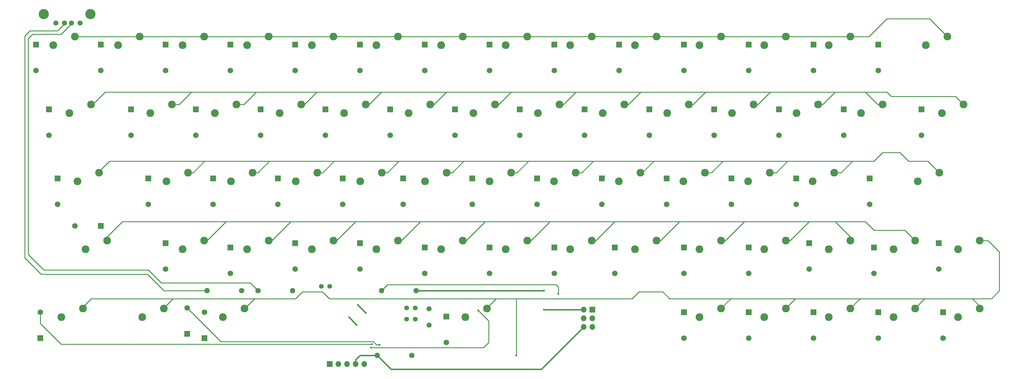
<source format=gtl>
G04 #@! TF.FileFunction,Copper,L1,Top,Signal*
%FSLAX46Y46*%
G04 Gerber Fmt 4.6, Leading zero omitted, Abs format (unit mm)*
G04 Created by KiCad (PCBNEW 4.0.6) date Saturday, May 27, 2017 'AMt' 11:31:39 AM*
%MOMM*%
%LPD*%
G01*
G04 APERTURE LIST*
%ADD10C,0.100000*%
%ADD11C,1.400000*%
%ADD12C,1.651000*%
%ADD13R,1.651000X1.651000*%
%ADD14C,1.500000*%
%ADD15C,3.000000*%
%ADD16R,1.700000X1.700000*%
%ADD17O,1.700000X1.700000*%
%ADD18C,1.600000*%
%ADD19O,1.600000X1.600000*%
%ADD20C,2.286000*%
%ADD21C,0.600000*%
%ADD22C,0.400000*%
%ADD23C,0.250000*%
G04 APERTURE END LIST*
D10*
D11*
X157696000Y-238062000D03*
X160196000Y-238062000D03*
X157696000Y-234760000D03*
X160196000Y-234760000D03*
X135090000Y-228410000D03*
X132590000Y-228410000D03*
D12*
X48730000Y-164910000D03*
D13*
X48730000Y-157290000D03*
D12*
X67780000Y-164910000D03*
D13*
X67780000Y-157290000D03*
D12*
X86830000Y-164910000D03*
D13*
X86830000Y-157290000D03*
D12*
X105880000Y-164910000D03*
D13*
X105880000Y-157290000D03*
D12*
X124930000Y-164910000D03*
D13*
X124930000Y-157290000D03*
D12*
X143980000Y-164910000D03*
D13*
X143980000Y-157290000D03*
D12*
X163030000Y-164910000D03*
D13*
X163030000Y-157290000D03*
D12*
X182080000Y-164910000D03*
D13*
X182080000Y-157290000D03*
D12*
X201130000Y-164910000D03*
D13*
X201130000Y-157290000D03*
D12*
X220180000Y-164910000D03*
D13*
X220180000Y-157290000D03*
D12*
X239230000Y-164910000D03*
D13*
X239230000Y-157290000D03*
D12*
X258280000Y-164910000D03*
D13*
X258280000Y-157290000D03*
D12*
X277330000Y-164910000D03*
D13*
X277330000Y-157290000D03*
D12*
X296380000Y-164910000D03*
D13*
X296380000Y-157290000D03*
D12*
X52540000Y-183960000D03*
D13*
X52540000Y-176340000D03*
D12*
X76670000Y-183960000D03*
D13*
X76670000Y-176340000D03*
D12*
X95720000Y-183960000D03*
D13*
X95720000Y-176340000D03*
D12*
X114770000Y-183960000D03*
D13*
X114770000Y-176340000D03*
D12*
X133820000Y-183960000D03*
D13*
X133820000Y-176340000D03*
D12*
X152870000Y-183960000D03*
D13*
X152870000Y-176340000D03*
D12*
X171920000Y-183960000D03*
D13*
X171920000Y-176340000D03*
D12*
X190970000Y-183960000D03*
D13*
X190970000Y-176340000D03*
D12*
X210020000Y-183960000D03*
D13*
X210020000Y-176340000D03*
D12*
X229070000Y-183960000D03*
D13*
X229070000Y-176340000D03*
D12*
X248120000Y-183960000D03*
D13*
X248120000Y-176340000D03*
D12*
X267170000Y-183960000D03*
D13*
X267170000Y-176340000D03*
D12*
X286220000Y-183960000D03*
D13*
X286220000Y-176340000D03*
D12*
X309080000Y-183960000D03*
D13*
X309080000Y-176340000D03*
D12*
X55080000Y-204280000D03*
D13*
X55080000Y-196660000D03*
D12*
X81750000Y-204280000D03*
D13*
X81750000Y-196660000D03*
D12*
X100800000Y-204280000D03*
D13*
X100800000Y-196660000D03*
D12*
X119850000Y-204280000D03*
D13*
X119850000Y-196660000D03*
D12*
X138900000Y-204280000D03*
D13*
X138900000Y-196660000D03*
D12*
X156680000Y-204280000D03*
D13*
X156680000Y-196660000D03*
D12*
X177000000Y-204280000D03*
D13*
X177000000Y-196660000D03*
D12*
X196050000Y-204280000D03*
D13*
X196050000Y-196660000D03*
D12*
X215100000Y-204280000D03*
D13*
X215100000Y-196660000D03*
D12*
X234150000Y-204280000D03*
D13*
X234150000Y-196660000D03*
D12*
X253200000Y-204280000D03*
D13*
X253200000Y-196660000D03*
D12*
X272250000Y-204280000D03*
D13*
X272250000Y-196660000D03*
D12*
X293840000Y-204280000D03*
D13*
X293840000Y-196660000D03*
D12*
X60160000Y-210630000D03*
D13*
X67780000Y-210630000D03*
D12*
X86830000Y-223330000D03*
D13*
X86830000Y-215710000D03*
D12*
X105880000Y-224600000D03*
D13*
X105880000Y-216980000D03*
D12*
X124930000Y-223330000D03*
D13*
X124930000Y-215710000D03*
D12*
X143980000Y-223330000D03*
D13*
X143980000Y-215710000D03*
D12*
X163030000Y-224600000D03*
D13*
X163030000Y-216980000D03*
D12*
X182080000Y-224600000D03*
D13*
X182080000Y-216980000D03*
D12*
X201130000Y-224600000D03*
D13*
X201130000Y-216980000D03*
D12*
X218910000Y-224600000D03*
D13*
X218910000Y-216980000D03*
D12*
X239230000Y-224600000D03*
D13*
X239230000Y-216980000D03*
D12*
X258280000Y-224600000D03*
D13*
X258280000Y-216980000D03*
D12*
X276060000Y-223330000D03*
D13*
X276060000Y-215710000D03*
D12*
X295110000Y-224600000D03*
D13*
X295110000Y-216980000D03*
D12*
X50000000Y-236030000D03*
D13*
X50000000Y-243650000D03*
D12*
X93180000Y-234760000D03*
D13*
X93180000Y-242380000D03*
D12*
X98260000Y-236030000D03*
D13*
X98260000Y-243650000D03*
D12*
X169380000Y-244920000D03*
D13*
X169380000Y-237300000D03*
D12*
X239230000Y-243650000D03*
D13*
X239230000Y-236030000D03*
D12*
X258280000Y-243650000D03*
D13*
X258280000Y-236030000D03*
D12*
X277330000Y-243650000D03*
D13*
X277330000Y-236030000D03*
D12*
X296380000Y-243650000D03*
D13*
X296380000Y-236030000D03*
D12*
X315430000Y-243650000D03*
D13*
X315430000Y-236030000D03*
D12*
X314160000Y-223330000D03*
D13*
X314160000Y-215710000D03*
D14*
X61682000Y-150940000D03*
X59142000Y-150940000D03*
X57112000Y-150940000D03*
X54572000Y-150940000D03*
D15*
X64732000Y-148270000D03*
X51012000Y-148270000D03*
D16*
X212306000Y-235268000D03*
D17*
X209766000Y-235268000D03*
X212306000Y-237808000D03*
X209766000Y-237808000D03*
X212306000Y-240348000D03*
X209766000Y-240348000D03*
D18*
X160490000Y-229680000D03*
D19*
X150330000Y-229680000D03*
D18*
X114008000Y-229680000D03*
D19*
X124168000Y-229680000D03*
D18*
X109182000Y-229680000D03*
D19*
X99022000Y-229680000D03*
D18*
X159220000Y-248730000D03*
D19*
X149060000Y-248730000D03*
D20*
X60165000Y-154920000D03*
X53815000Y-157460000D03*
X79165000Y-154920000D03*
X72815000Y-157460000D03*
X98165000Y-154920000D03*
X91815000Y-157460000D03*
X117165000Y-154920000D03*
X110815000Y-157460000D03*
X136165000Y-154920000D03*
X129815000Y-157460000D03*
X155165000Y-154920000D03*
X148815000Y-157460000D03*
X174165000Y-154920000D03*
X167815000Y-157460000D03*
X193165000Y-154920000D03*
X186815000Y-157460000D03*
X212165000Y-154920000D03*
X205815000Y-157460000D03*
X231165000Y-154920000D03*
X224815000Y-157460000D03*
X250165000Y-154920000D03*
X243815000Y-157460000D03*
X269165000Y-154920000D03*
X262815000Y-157460000D03*
X288165000Y-154920000D03*
X281815000Y-157460000D03*
X316665000Y-154920000D03*
X310315000Y-157460000D03*
X64915000Y-174920000D03*
X58565000Y-177460000D03*
X88665000Y-174920000D03*
X82315000Y-177460000D03*
X107665000Y-174920000D03*
X101315000Y-177460000D03*
X126665000Y-174920000D03*
X120315000Y-177460000D03*
X145665000Y-174920000D03*
X139315000Y-177460000D03*
X164665000Y-174920000D03*
X158315000Y-177460000D03*
X183665000Y-174920000D03*
X177315000Y-177460000D03*
X202665000Y-174920000D03*
X196315000Y-177460000D03*
X221665000Y-174920000D03*
X215315000Y-177460000D03*
X240665000Y-174920000D03*
X234315000Y-177460000D03*
X259665000Y-174920000D03*
X253315000Y-177460000D03*
X278665000Y-174920000D03*
X272315000Y-177460000D03*
X297665000Y-174920000D03*
X291315000Y-177460000D03*
X321415000Y-174920000D03*
X315065000Y-177460000D03*
X67290000Y-194920000D03*
X60940000Y-197460000D03*
X93415000Y-194920000D03*
X87065000Y-197460000D03*
X112415000Y-194920000D03*
X106065000Y-197460000D03*
X131415000Y-194920000D03*
X125065000Y-197460000D03*
X150415000Y-194920000D03*
X144065000Y-197460000D03*
X169415000Y-194920000D03*
X163065000Y-197460000D03*
X188415000Y-194920000D03*
X182065000Y-197460000D03*
X207415000Y-194920000D03*
X201065000Y-197460000D03*
X226415000Y-194920000D03*
X220065000Y-197460000D03*
X245415000Y-194920000D03*
X239065000Y-197460000D03*
X264415000Y-194920000D03*
X258065000Y-197460000D03*
X283415000Y-194920000D03*
X277065000Y-197460000D03*
X314290000Y-194920000D03*
X307940000Y-197460000D03*
X98165000Y-214920000D03*
X91815000Y-217460000D03*
X117165000Y-214920000D03*
X110815000Y-217460000D03*
X136165000Y-214920000D03*
X129815000Y-217460000D03*
X155165000Y-214920000D03*
X148815000Y-217460000D03*
X174165000Y-214920000D03*
X167815000Y-217460000D03*
X193165000Y-214920000D03*
X186815000Y-217460000D03*
X212165000Y-214920000D03*
X205815000Y-217460000D03*
X231165000Y-214920000D03*
X224815000Y-217460000D03*
X250165000Y-214920000D03*
X243815000Y-217460000D03*
X269165000Y-214920000D03*
X262815000Y-217460000D03*
X288165000Y-214920000D03*
X281815000Y-217460000D03*
X62540000Y-234920000D03*
X56190000Y-237460000D03*
X86290000Y-234920000D03*
X79940000Y-237460000D03*
X110040000Y-234920000D03*
X103690000Y-237460000D03*
X181290000Y-234920000D03*
X174940000Y-237460000D03*
X250165000Y-234920000D03*
X243815000Y-237460000D03*
X269165000Y-234920000D03*
X262815000Y-237460000D03*
X288165000Y-234920000D03*
X281815000Y-237460000D03*
X307165000Y-234920000D03*
X300815000Y-237460000D03*
X326165000Y-234920000D03*
X319815000Y-237460000D03*
X326165000Y-214920000D03*
X319815000Y-217460000D03*
D14*
X164300000Y-239840000D03*
X164300000Y-234960000D03*
D16*
X135090000Y-251270000D03*
D17*
X137630000Y-251270000D03*
X140170000Y-251270000D03*
X142710000Y-251270000D03*
X145250000Y-251270000D03*
D20*
X307165000Y-214920000D03*
X300815000Y-217460000D03*
X69665000Y-214920000D03*
X63315000Y-217460000D03*
D21*
X147536000Y-245428000D03*
X149695000Y-245555000D03*
X198082000Y-235268000D03*
X198082000Y-229680000D03*
X143345000Y-233871000D03*
X145631000Y-236157000D03*
X140805000Y-237554000D03*
X142964000Y-239713000D03*
X202273000Y-230569000D03*
X178778000Y-235522000D03*
X147282000Y-246444000D03*
X189954000Y-248730000D03*
D22*
X149060000Y-248730000D02*
X153124000Y-252794000D01*
X197320000Y-252794000D02*
X209766000Y-240348000D01*
X153124000Y-252794000D02*
X197320000Y-252794000D01*
X142710000Y-251270000D02*
X142710000Y-250000000D01*
X143980000Y-248730000D02*
X149060000Y-248730000D01*
X142710000Y-250000000D02*
X143980000Y-248730000D01*
D23*
X75400000Y-245428000D02*
X56096000Y-245428000D01*
X147536000Y-245428000D02*
X127470000Y-245428000D01*
X75400000Y-245428000D02*
X127470000Y-245428000D01*
X50000000Y-239332000D02*
X50000000Y-236030000D01*
X56096000Y-245428000D02*
X50000000Y-239332000D01*
X130772000Y-244666000D02*
X103086000Y-244666000D01*
X149695000Y-245555000D02*
X148806000Y-245555000D01*
X148806000Y-245555000D02*
X147917000Y-244666000D01*
X147917000Y-244666000D02*
X130772000Y-244666000D01*
X103086000Y-244666000D02*
X93180000Y-234760000D01*
D22*
X160490000Y-229680000D02*
X198082000Y-229680000D01*
X198082000Y-235268000D02*
X209766000Y-235268000D01*
X145631000Y-236157000D02*
X143345000Y-233871000D01*
X142964000Y-239713000D02*
X140805000Y-237554000D01*
D23*
X110706000Y-227394000D02*
X111722000Y-227394000D01*
X46444000Y-219012000D02*
X51016000Y-223584000D01*
X51016000Y-223584000D02*
X81750000Y-223584000D01*
X81750000Y-223584000D02*
X85560000Y-227394000D01*
X85560000Y-227394000D02*
X110706000Y-227394000D01*
X46444000Y-206312000D02*
X46444000Y-178880000D01*
X59142000Y-151196000D02*
X56096000Y-154242000D01*
X56096000Y-154242000D02*
X47714000Y-154242000D01*
X47714000Y-154242000D02*
X46444000Y-155512000D01*
X46444000Y-155512000D02*
X46444000Y-178880000D01*
X46444000Y-206312000D02*
X46444000Y-219012000D01*
X111722000Y-227394000D02*
X114008000Y-229680000D01*
X59142000Y-150940000D02*
X59142000Y-151196000D01*
X45428000Y-203010000D02*
X45428000Y-220028000D01*
X57112000Y-151194000D02*
X55080000Y-153226000D01*
X55080000Y-153226000D02*
X46952000Y-153226000D01*
X46952000Y-153226000D02*
X45428000Y-154750000D01*
X45428000Y-154750000D02*
X45428000Y-178626000D01*
X45428000Y-203010000D02*
X45428000Y-178626000D01*
X86322000Y-229680000D02*
X99022000Y-229680000D01*
X81496000Y-224854000D02*
X86322000Y-229680000D01*
X50254000Y-224854000D02*
X81496000Y-224854000D01*
X45428000Y-220028000D02*
X50254000Y-224854000D01*
X57112000Y-150940000D02*
X57112000Y-151194000D01*
X288165000Y-214920000D02*
X288165000Y-213845000D01*
X288165000Y-213845000D02*
X283680000Y-209360000D01*
X281140000Y-209360000D02*
X283680000Y-209360000D01*
X283680000Y-209360000D02*
X292570000Y-209360000D01*
X276060000Y-209360000D02*
X281140000Y-209360000D01*
X304145000Y-211900000D02*
X307165000Y-214920000D01*
X295110000Y-211900000D02*
X304145000Y-211900000D01*
X292570000Y-209360000D02*
X295110000Y-211900000D01*
X269165000Y-214920000D02*
X270500000Y-214920000D01*
X270500000Y-214920000D02*
X276060000Y-209360000D01*
X250165000Y-214920000D02*
X251450000Y-214920000D01*
X251450000Y-214920000D02*
X257010000Y-209360000D01*
X276060000Y-209360000D02*
X257010000Y-209360000D01*
X257010000Y-209360000D02*
X251930000Y-209360000D01*
X251930000Y-209360000D02*
X237960000Y-209360000D01*
X231165000Y-214920000D02*
X232400000Y-214920000D01*
X232400000Y-214920000D02*
X237960000Y-209360000D01*
X212165000Y-214920000D02*
X213350000Y-214920000D01*
X213350000Y-214920000D02*
X218910000Y-209360000D01*
X237960000Y-209360000D02*
X218910000Y-209360000D01*
X218910000Y-209360000D02*
X215100000Y-209360000D01*
X215100000Y-209360000D02*
X199860000Y-209360000D01*
X193165000Y-214920000D02*
X194300000Y-214920000D01*
X194300000Y-214920000D02*
X199860000Y-209360000D01*
X174165000Y-214920000D02*
X175250000Y-214920000D01*
X175250000Y-214920000D02*
X180810000Y-209360000D01*
X199860000Y-209360000D02*
X180810000Y-209360000D01*
X180810000Y-209360000D02*
X161760000Y-209360000D01*
X155165000Y-214920000D02*
X156200000Y-214920000D01*
X156200000Y-214920000D02*
X161760000Y-209360000D01*
X136165000Y-214920000D02*
X137150000Y-214920000D01*
X137150000Y-214920000D02*
X142710000Y-209360000D01*
X161760000Y-209360000D02*
X142710000Y-209360000D01*
X142710000Y-209360000D02*
X131280000Y-209360000D01*
X131280000Y-209360000D02*
X123660000Y-209360000D01*
X117165000Y-214920000D02*
X118100000Y-214920000D01*
X118100000Y-214920000D02*
X123660000Y-209360000D01*
X98165000Y-214920000D02*
X99050000Y-214920000D01*
X99050000Y-214920000D02*
X104610000Y-209360000D01*
X69665000Y-214920000D02*
X69665000Y-213825000D01*
X69665000Y-213825000D02*
X74130000Y-209360000D01*
X74130000Y-209360000D02*
X104610000Y-209360000D01*
X104610000Y-209360000D02*
X123660000Y-209360000D01*
X222212000Y-175467000D02*
X221665000Y-174920000D01*
X297665000Y-174920000D02*
X296230000Y-174920000D01*
X296230000Y-174920000D02*
X292570000Y-171260000D01*
X288760000Y-171260000D02*
X292570000Y-171260000D01*
X292570000Y-171260000D02*
X298920000Y-171260000D01*
X283680000Y-171260000D02*
X288760000Y-171260000D01*
X319025000Y-172530000D02*
X321415000Y-174920000D01*
X300190000Y-172530000D02*
X319025000Y-172530000D01*
X298920000Y-171260000D02*
X300190000Y-172530000D01*
X278665000Y-174920000D02*
X280020000Y-174920000D01*
X280020000Y-174920000D02*
X283680000Y-171260000D01*
X259665000Y-174920000D02*
X260970000Y-174920000D01*
X260970000Y-174920000D02*
X264630000Y-171260000D01*
X240665000Y-174920000D02*
X241920000Y-174920000D01*
X241920000Y-174920000D02*
X245580000Y-171260000D01*
X221665000Y-174920000D02*
X222870000Y-174920000D01*
X222870000Y-174920000D02*
X226530000Y-171260000D01*
X283680000Y-171260000D02*
X264630000Y-171260000D01*
X264630000Y-171260000D02*
X245580000Y-171260000D01*
X245580000Y-171260000D02*
X226530000Y-171260000D01*
X226530000Y-171260000D02*
X223990000Y-171260000D01*
X223990000Y-171260000D02*
X207480000Y-171260000D01*
X202665000Y-174920000D02*
X203820000Y-174920000D01*
X203820000Y-174920000D02*
X207480000Y-171260000D01*
X183665000Y-174920000D02*
X184770000Y-174920000D01*
X184770000Y-174920000D02*
X188430000Y-171260000D01*
X164665000Y-174920000D02*
X165720000Y-174920000D01*
X165720000Y-174920000D02*
X169380000Y-171260000D01*
X207480000Y-171260000D02*
X188430000Y-171260000D01*
X188430000Y-171260000D02*
X169380000Y-171260000D01*
X169380000Y-171260000D02*
X165570000Y-171260000D01*
X165570000Y-171260000D02*
X150330000Y-171260000D01*
X145665000Y-174920000D02*
X146670000Y-174920000D01*
X146670000Y-174920000D02*
X150330000Y-171260000D01*
X126665000Y-174920000D02*
X127620000Y-174920000D01*
X127620000Y-174920000D02*
X131280000Y-171260000D01*
X150330000Y-171260000D02*
X131280000Y-171260000D01*
X131280000Y-171260000D02*
X128740000Y-171260000D01*
X128740000Y-171260000D02*
X113500000Y-171260000D01*
X107665000Y-174920000D02*
X109840000Y-174920000D01*
X109840000Y-174920000D02*
X113500000Y-171260000D01*
X88665000Y-174920000D02*
X90790000Y-174920000D01*
X90790000Y-174920000D02*
X94450000Y-171260000D01*
X64915000Y-174920000D02*
X65390000Y-174920000D01*
X65390000Y-174920000D02*
X69050000Y-171260000D01*
X69050000Y-171260000D02*
X94450000Y-171260000D01*
X94450000Y-171260000D02*
X113500000Y-171260000D01*
X283415000Y-194920000D02*
X285420000Y-194920000D01*
X285420000Y-194920000D02*
X288760000Y-191580000D01*
X279870000Y-191580000D02*
X288760000Y-191580000D01*
X288760000Y-191580000D02*
X295110000Y-191580000D01*
X269710000Y-191580000D02*
X279870000Y-191580000D01*
X310950000Y-191580000D02*
X314290000Y-194920000D01*
X305270000Y-191580000D02*
X310950000Y-191580000D01*
X302730000Y-189040000D02*
X305270000Y-191580000D01*
X297650000Y-189040000D02*
X302730000Y-189040000D01*
X295110000Y-191580000D02*
X297650000Y-189040000D01*
X264415000Y-194920000D02*
X266370000Y-194920000D01*
X266370000Y-194920000D02*
X269710000Y-191580000D01*
X245415000Y-194920000D02*
X247320000Y-194920000D01*
X247320000Y-194920000D02*
X250660000Y-191580000D01*
X226415000Y-194920000D02*
X227000000Y-194920000D01*
X227000000Y-194920000D02*
X230340000Y-191580000D01*
X269710000Y-191580000D02*
X250660000Y-191580000D01*
X250660000Y-191580000D02*
X230340000Y-191580000D01*
X230340000Y-191580000D02*
X221450000Y-191580000D01*
X221450000Y-191580000D02*
X212560000Y-191580000D01*
X207415000Y-194920000D02*
X209220000Y-194920000D01*
X209220000Y-194920000D02*
X212560000Y-191580000D01*
X188415000Y-194920000D02*
X190170000Y-194920000D01*
X190170000Y-194920000D02*
X193510000Y-191580000D01*
X169415000Y-194920000D02*
X171120000Y-194920000D01*
X171120000Y-194920000D02*
X174460000Y-191580000D01*
X212560000Y-191580000D02*
X193510000Y-191580000D01*
X193510000Y-191580000D02*
X174460000Y-191580000D01*
X174460000Y-191580000D02*
X160490000Y-191580000D01*
X160490000Y-191580000D02*
X155410000Y-191580000D01*
X150415000Y-194920000D02*
X152070000Y-194920000D01*
X152070000Y-194920000D02*
X155410000Y-191580000D01*
X131415000Y-194920000D02*
X133020000Y-194920000D01*
X133020000Y-194920000D02*
X136360000Y-191580000D01*
X112415000Y-194920000D02*
X113970000Y-194920000D01*
X113970000Y-194920000D02*
X117310000Y-191580000D01*
X93415000Y-194920000D02*
X94920000Y-194920000D01*
X94920000Y-194920000D02*
X98260000Y-191580000D01*
X67290000Y-194920000D02*
X67290000Y-194610000D01*
X67290000Y-194610000D02*
X70320000Y-191580000D01*
X70320000Y-191580000D02*
X98260000Y-191580000D01*
X98260000Y-191580000D02*
X117310000Y-191580000D01*
X117310000Y-191580000D02*
X136360000Y-191580000D01*
X136360000Y-191580000D02*
X155410000Y-191580000D01*
X202273000Y-229299000D02*
X202273000Y-228537000D01*
X202273000Y-230569000D02*
X202273000Y-229299000D01*
X152108000Y-227902000D02*
X150330000Y-229680000D01*
X201638000Y-227902000D02*
X152108000Y-227902000D01*
X202273000Y-228537000D02*
X201638000Y-227902000D01*
X181826000Y-238570000D02*
X178778000Y-235522000D01*
X147282000Y-246444000D02*
X180302000Y-246444000D01*
X180302000Y-246444000D02*
X181826000Y-244920000D01*
X181826000Y-244920000D02*
X181826000Y-238570000D01*
X288165000Y-154920000D02*
X293670000Y-154920000D01*
X311415000Y-149670000D02*
X316665000Y-154920000D01*
X298920000Y-149670000D02*
X311415000Y-149670000D01*
X293670000Y-154920000D02*
X298920000Y-149670000D01*
X269165000Y-154920000D02*
X288165000Y-154920000D01*
X250165000Y-154920000D02*
X269165000Y-154920000D01*
X231165000Y-154920000D02*
X250165000Y-154920000D01*
X212165000Y-154920000D02*
X231165000Y-154920000D01*
X193165000Y-154920000D02*
X212165000Y-154920000D01*
X174165000Y-154920000D02*
X193165000Y-154920000D01*
X155165000Y-154920000D02*
X174165000Y-154920000D01*
X136165000Y-154920000D02*
X155165000Y-154920000D01*
X117165000Y-154920000D02*
X136165000Y-154920000D01*
X98165000Y-154920000D02*
X117165000Y-154920000D01*
X79165000Y-154920000D02*
X98165000Y-154920000D01*
X60165000Y-154920000D02*
X79165000Y-154920000D01*
X189954000Y-232000000D02*
X189954000Y-236538000D01*
X189954000Y-248730000D02*
X189954000Y-236538000D01*
X189954000Y-232000000D02*
X189954000Y-231966000D01*
X189954000Y-231966000D02*
X189954000Y-232000000D01*
X323050000Y-232000000D02*
X329620000Y-232000000D01*
X328610000Y-214920000D02*
X326165000Y-214920000D01*
X331940000Y-218250000D02*
X328610000Y-214920000D01*
X331940000Y-229680000D02*
X331940000Y-218250000D01*
X329620000Y-232000000D02*
X331940000Y-229680000D01*
X326165000Y-234920000D02*
X326165000Y-234165000D01*
X326165000Y-234165000D02*
X324000000Y-232000000D01*
X324000000Y-232000000D02*
X323050000Y-232000000D01*
X323050000Y-232000000D02*
X310000000Y-232000000D01*
X326165000Y-234920000D02*
X326165000Y-234835000D01*
X307165000Y-234920000D02*
X307165000Y-234835000D01*
X307165000Y-234835000D02*
X310000000Y-232000000D01*
X288165000Y-234920000D02*
X288165000Y-234835000D01*
X288165000Y-234835000D02*
X291000000Y-232000000D01*
X269165000Y-234920000D02*
X269165000Y-234835000D01*
X269165000Y-234835000D02*
X272000000Y-232000000D01*
X310000000Y-232000000D02*
X291000000Y-232000000D01*
X291000000Y-232000000D02*
X272000000Y-232000000D01*
X272000000Y-232000000D02*
X258000000Y-232000000D01*
X258000000Y-232000000D02*
X253000000Y-232000000D01*
X250165000Y-234920000D02*
X250165000Y-234835000D01*
X250165000Y-234835000D02*
X253000000Y-232000000D01*
X194000000Y-232000000D02*
X224000000Y-232000000D01*
X184000000Y-232000000D02*
X189954000Y-232000000D01*
X189954000Y-232000000D02*
X194000000Y-232000000D01*
X235000000Y-232000000D02*
X253000000Y-232000000D01*
X233000000Y-230000000D02*
X235000000Y-232000000D01*
X226000000Y-230000000D02*
X233000000Y-230000000D01*
X224000000Y-232000000D02*
X226000000Y-230000000D01*
X181290000Y-234920000D02*
X181290000Y-234710000D01*
X181290000Y-234710000D02*
X184000000Y-232000000D01*
X113000000Y-232000000D02*
X125000000Y-232000000D01*
X135000000Y-232000000D02*
X184000000Y-232000000D01*
X133000000Y-230000000D02*
X135000000Y-232000000D01*
X127000000Y-230000000D02*
X133000000Y-230000000D01*
X125000000Y-232000000D02*
X127000000Y-230000000D01*
X110040000Y-234920000D02*
X110080000Y-234920000D01*
X110080000Y-234920000D02*
X113000000Y-232000000D01*
X113000000Y-232000000D02*
X95000000Y-232000000D01*
X95000000Y-232000000D02*
X89000000Y-232000000D01*
X86290000Y-234920000D02*
X86290000Y-234710000D01*
X86290000Y-234710000D02*
X89000000Y-232000000D01*
X89000000Y-232000000D02*
X65000000Y-232000000D01*
X65000000Y-232000000D02*
X62540000Y-234460000D01*
X62540000Y-234920000D02*
X62540000Y-234460000D01*
M02*

</source>
